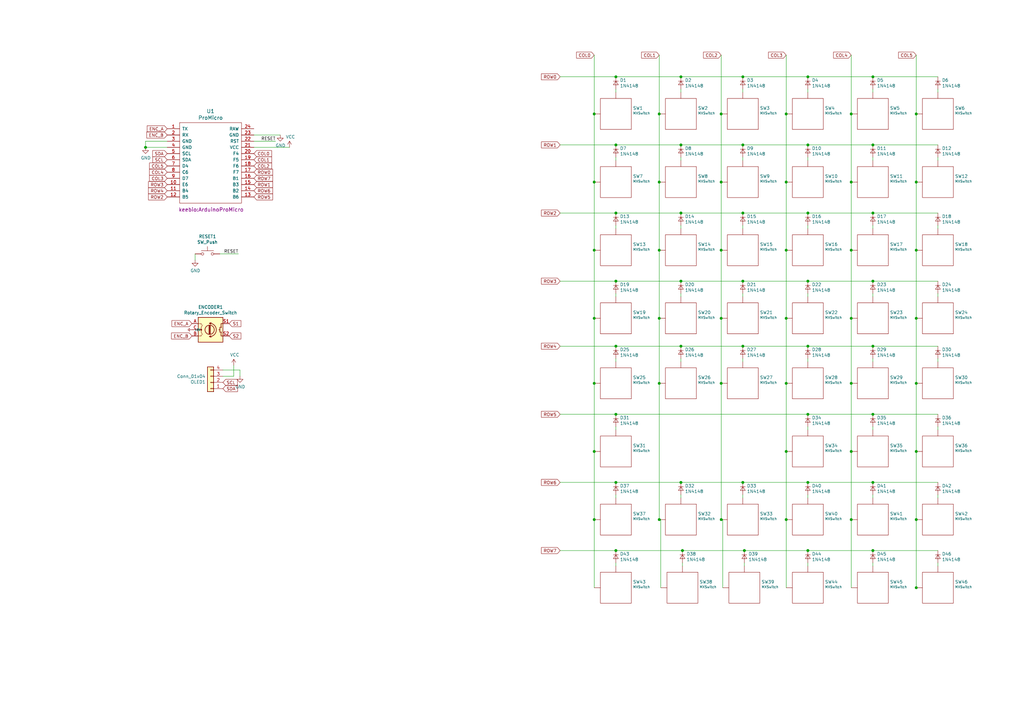
<source format=kicad_sch>
(kicad_sch (version 20210126) (generator eeschema)
  (paper "A3")
  (lib_symbols
    (symbol "Connector_Generic:Conn_01x04" (pin_names (offset 1.016) hide)
      (property "Reference" "J" (at 0 5.08 0))
      (property "Value" "Conn_01x04" (at 0 -7.62 0))
      (symbol "Conn_01x04_1_1"
        (rectangle (start -1.27 -4.953) (end 0 -5.207) (stroke (width 0.1524)))
        (rectangle (start -1.27 -2.413) (end 0 -2.667) (stroke (width 0.1524)))
        (rectangle (start -1.27 2.667) (end 0 2.413) (stroke (width 0.1524)))
        (rectangle (start -1.27 3.81) (end 1.27 -6.35) (stroke (width 0.254)) (fill (type background)))
        (rectangle (start -1.27 0.127) (end 0 -0.127) (stroke (width 0.1524)))
        (pin passive line (at -5.08 2.54 0) (length 3.81) (name "Pin_1") (number "1"))
        (pin passive line (at -5.08 0 0) (length 3.81) (name "Pin_2") (number "2"))
        (pin passive line (at -5.08 -2.54 0) (length 3.81) (name "Pin_3") (number "3"))
        (pin passive line (at -5.08 -5.08 0) (length 3.81) (name "Pin_4") (number "4"))
      )
    )
    (symbol "Device:D_Small" (pin_numbers hide) (pin_names (offset 0.254) hide)
      (property "Reference" "D" (at -1.27 2.032 0))
      (property "Value" "D_Small" (at -3.81 -2.032 0))
      (symbol "D_Small_0_1"
        (polyline (pts (xy -0.762 -1.016) (xy -0.762 1.016)))
        (polyline (pts (xy -0.762 0) (xy 0.762 0)))
        (polyline (pts (xy 0.762 -1.016) (xy -0.762 0) (xy 0.762 1.016) (xy 0.762 -1.016)))
      )
      (symbol "D_Small_1_1"
        (pin passive line (at -2.54 0 0) (length 1.778) (name "K") (number "1"))
        (pin passive line (at 2.54 0 180) (length 1.778) (name "A") (number "2"))
      )
    )
    (symbol "Device:Rotary_Encoder_Switch" (pin_names (offset 0.254) hide)
      (property "Reference" "SW" (at 0 6.604 0))
      (property "Value" "Rotary_Encoder_Switch" (at 0 -6.604 0))
      (symbol "Rotary_Encoder_Switch_0_1"
        (arc (start -0.381 -2.794) (end -0.381 2.667) (radius (at -0.381 -0.0508) (length 2.7432) (angles -89.9 89.9)) (stroke (width 0.254)))
        (circle (center -3.81 0) (radius 0.254) (fill (type outline)))
        (circle (center -0.381 0) (radius 1.905) (stroke (width 0.254)))
        (circle (center 4.318 -1.016) (radius 0.127) (stroke (width 0.254)))
        (circle (center 4.318 1.016) (radius 0.127) (stroke (width 0.254)))
        (rectangle (start -5.08 5.08) (end 5.08 -5.08) (stroke (width 0.254)) (fill (type background)))
        (polyline (pts (xy -0.635 -1.778) (xy -0.635 1.778)) (stroke (width 0.254)))
        (polyline (pts (xy -0.381 -1.778) (xy -0.381 1.778)) (stroke (width 0.254)))
        (polyline (pts (xy -0.127 1.778) (xy -0.127 -1.778)) (stroke (width 0.254)))
        (polyline (pts (xy 3.81 0) (xy 3.429 0)) (stroke (width 0.254)))
        (polyline (pts (xy 3.81 1.016) (xy 3.81 -1.016)) (stroke (width 0.254)))
        (polyline (pts (xy -5.08 -2.54) (xy -3.81 -2.54) (xy -3.81 -2.032)))
        (polyline (pts (xy -5.08 2.54) (xy -3.81 2.54) (xy -3.81 2.032)))
        (polyline (pts (xy 0.254 -3.048) (xy -0.508 -2.794) (xy 0.127 -2.413)) (stroke (width 0.254)))
        (polyline (pts (xy 0.254 2.921) (xy -0.508 2.667) (xy 0.127 2.286)) (stroke (width 0.254)))
        (polyline (pts (xy 5.08 -2.54) (xy 4.318 -2.54) (xy 4.318 -1.016)) (stroke (width 0.254)))
        (polyline (pts (xy 5.08 2.54) (xy 4.318 2.54) (xy 4.318 1.016)) (stroke (width 0.254)))
        (polyline (pts (xy -5.08 0) (xy -3.81 0) (xy -3.81 -1.016) (xy -3.302 -2.032)))
        (polyline (pts (xy -4.318 0) (xy -3.81 0) (xy -3.81 1.016) (xy -3.302 2.032)))
      )
      (symbol "Rotary_Encoder_Switch_1_1"
        (pin passive line (at -7.62 2.54 0) (length 2.54) (name "A") (number "A"))
        (pin passive line (at -7.62 -2.54 0) (length 2.54) (name "B") (number "B"))
        (pin passive line (at -7.62 0 0) (length 2.54) (name "C") (number "C"))
        (pin passive line (at 7.62 2.54 180) (length 2.54) (name "S1") (number "S1"))
        (pin passive line (at 7.62 -2.54 180) (length 2.54) (name "S2") (number "S2"))
      )
    )
    (symbol "Switch:SW_Push" (pin_numbers hide) (pin_names (offset 1.016) hide)
      (property "Reference" "SW" (at 1.27 2.54 0))
      (property "Value" "SW_Push" (at 0 -1.524 0))
      (symbol "SW_Push_0_1"
        (circle (center -2.032 0) (radius 0.508))
        (circle (center 2.032 0) (radius 0.508))
        (polyline (pts (xy 0 1.27) (xy 0 3.048)))
        (polyline (pts (xy 2.54 1.27) (xy -2.54 1.27)))
        (pin passive line (at -5.08 0 0) (length 2.54) (name "1") (number "1"))
        (pin passive line (at 5.08 0 180) (length 2.54) (name "2") (number "2"))
      )
    )
    (symbol "acheronSymbols:MXSwitch" (pin_names (offset 1.016))
      (property "Reference" "SW" (at 0 0 0))
      (property "Value" "MXSwitch" (at 0 -3.81 0))
      (symbol "MXSwitch_0_1"
        (rectangle (start -6.35 6.35) (end 6.35 -6.35))
        (polyline (pts (xy -6.35 0) (xy -8.89 0)))
        (polyline (pts (xy 0 6.35) (xy 0 8.89)))
      )
      (symbol "MXSwitch_1_1"
        (pin output line (at -8.89 0 0) (length 2.54) hide (name "Col") (number "1"))
        (pin input line (at 0 8.89 270) (length 2.54) hide (name "Row") (number "2"))
      )
    )
    (symbol "keyboard_parts:GND" (power) (pin_names (offset 0))
      (property "Value" "GND" (at 0 -2.54 0))
      (symbol "GND_0_0"
        (pin power_in line (at 0 0 90) (length 0) hide (name "+5V") (number "1"))
      )
      (symbol "GND_0_1"
        (polyline (pts (xy 0 -1.651) (xy 0.635 -1.016) (xy -0.635 -1.016) (xy 0 -1.651)))
      )
      (symbol "GND_1_1"
        (polyline (pts (xy 0 0) (xy 0 -1.016) (xy 0 -1.016)))
      )
    )
    (symbol "power:GND" (power) (pin_names (offset 0))
      (property "Value" "GND" (at 0 -3.81 0))
      (symbol "GND_0_1"
        (polyline (pts (xy 0 0) (xy 0 -1.27) (xy 1.27 -1.27) (xy 0 -2.54) (xy -1.27 -1.27) (xy 0 -1.27)))
      )
      (symbol "GND_1_1"
        (pin power_in line (at 0 0 270) (length 0) hide (name "GND") (number "1"))
      )
    )
    (symbol "power:VCC" (power) (pin_names (offset 0))
      (property "Value" "VCC" (at 0 3.81 0))
      (symbol "VCC_0_1"
        (polyline (pts (xy -0.762 1.27) (xy 0 2.54)))
        (polyline (pts (xy 0 0) (xy 0 2.54)))
        (polyline (pts (xy 0 2.54) (xy 0.762 1.27)))
      )
      (symbol "VCC_1_1"
        (pin power_in line (at 0 0 90) (length 0) hide (name "VCC") (number "1"))
      )
    )
    (symbol "promicro:ProMicro" (pin_names (offset 1.016))
      (property "Reference" "U" (at 0 24.13 0))
      (property "Value" "ProMicro" (at 0 -13.97 0))
      (symbol "ProMicro_0_1"
        (rectangle (start -12.7 21.59) (end 12.7 -11.43))
      )
      (symbol "ProMicro_1_1"
        (pin bidirectional line (at -17.78 19.05 0) (length 5.08) (name "TX") (number "1"))
        (pin bidirectional line (at -17.78 16.51 0) (length 5.08) (name "RX") (number "2"))
        (pin power_in line (at -17.78 13.97 0) (length 5.08) (name "GND") (number "3"))
        (pin power_in line (at -17.78 11.43 0) (length 5.08) (name "GND") (number "4"))
        (pin bidirectional line (at -17.78 8.89 0) (length 5.08) (name "SCL") (number "5"))
        (pin bidirectional line (at -17.78 6.35 0) (length 5.08) (name "SDA") (number "6"))
        (pin bidirectional line (at -17.78 3.81 0) (length 5.08) (name "D4") (number "7"))
        (pin bidirectional line (at -17.78 1.27 0) (length 5.08) (name "C6") (number "8"))
        (pin bidirectional line (at -17.78 -1.27 0) (length 5.08) (name "D7") (number "9"))
        (pin bidirectional line (at -17.78 -3.81 0) (length 5.08) (name "E6") (number "10"))
        (pin bidirectional line (at 17.78 8.89 180) (length 5.08) (name "F4") (number "20"))
        (pin bidirectional line (at -17.78 -6.35 0) (length 5.08) (name "B4") (number "11"))
        (pin power_in line (at 17.78 11.43 180) (length 5.08) (name "VCC") (number "21"))
        (pin bidirectional line (at -17.78 -8.89 0) (length 5.08) (name "B5") (number "12"))
        (pin input line (at 17.78 13.97 180) (length 5.08) (name "RST") (number "22"))
        (pin bidirectional line (at 17.78 -8.89 180) (length 5.08) (name "B6") (number "13"))
        (pin power_in line (at 17.78 16.51 180) (length 5.08) (name "GND") (number "23"))
        (pin bidirectional line (at 17.78 -6.35 180) (length 5.08) (name "B2") (number "14"))
        (pin power_out line (at 17.78 19.05 180) (length 5.08) (name "RAW") (number "24"))
        (pin bidirectional line (at 17.78 -3.81 180) (length 5.08) (name "B3") (number "15"))
        (pin bidirectional line (at 17.78 -1.27 180) (length 5.08) (name "B1") (number "16"))
        (pin bidirectional line (at 17.78 1.27 180) (length 5.08) (name "F7") (number "17"))
        (pin bidirectional line (at 17.78 3.81 180) (length 5.08) (name "F6") (number "18"))
        (pin bidirectional line (at 17.78 6.35 180) (length 5.08) (name "F5") (number "19"))
      )
    )
  )
  (junction (at 59.69 60.452) (diameter 1.016))
  (junction (at 243.713 46.736) (diameter 1.016))
  (junction (at 243.713 74.676) (diameter 1.016))
  (junction (at 243.713 102.616) (diameter 1.016))
  (junction (at 243.713 130.556) (diameter 1.016))
  (junction (at 243.713 157.226) (diameter 1.016))
  (junction (at 243.713 185.166) (diameter 1.016))
  (junction (at 243.713 213.106) (diameter 1.016))
  (junction (at 252.603 31.496) (diameter 1.016))
  (junction (at 252.603 59.436) (diameter 1.016))
  (junction (at 252.603 87.376) (diameter 1.016))
  (junction (at 252.603 115.316) (diameter 1.016))
  (junction (at 252.603 141.986) (diameter 1.016))
  (junction (at 252.603 169.926) (diameter 1.016))
  (junction (at 252.603 197.866) (diameter 1.016))
  (junction (at 252.603 225.806) (diameter 1.016))
  (junction (at 270.383 46.736) (diameter 1.016))
  (junction (at 270.383 74.676) (diameter 1.016))
  (junction (at 270.383 102.616) (diameter 1.016))
  (junction (at 270.383 130.556) (diameter 1.016))
  (junction (at 270.383 157.226) (diameter 1.016))
  (junction (at 270.383 213.106) (diameter 1.016))
  (junction (at 279.273 31.496) (diameter 1.016))
  (junction (at 279.273 59.436) (diameter 1.016))
  (junction (at 279.273 87.376) (diameter 1.016))
  (junction (at 279.273 115.316) (diameter 1.016))
  (junction (at 279.273 141.986) (diameter 1.016))
  (junction (at 279.273 197.866) (diameter 1.016))
  (junction (at 279.908 225.806) (diameter 1.016))
  (junction (at 295.783 46.736) (diameter 1.016))
  (junction (at 295.783 74.676) (diameter 1.016))
  (junction (at 295.783 102.616) (diameter 1.016))
  (junction (at 295.783 130.556) (diameter 1.016))
  (junction (at 295.783 157.226) (diameter 1.016))
  (junction (at 295.8084 213.106) (diameter 1.016))
  (junction (at 304.673 31.496) (diameter 1.016))
  (junction (at 304.673 59.436) (diameter 1.016))
  (junction (at 304.673 87.376) (diameter 1.016))
  (junction (at 304.673 115.316) (diameter 1.016))
  (junction (at 304.673 141.986) (diameter 1.016))
  (junction (at 304.673 197.866) (diameter 1.016))
  (junction (at 305.308 225.806) (diameter 1.016))
  (junction (at 322.453 46.736) (diameter 1.016))
  (junction (at 322.453 74.676) (diameter 1.016))
  (junction (at 322.453 102.616) (diameter 1.016))
  (junction (at 322.453 130.556) (diameter 1.016))
  (junction (at 322.453 157.226) (diameter 1.016))
  (junction (at 322.453 185.166) (diameter 1.016))
  (junction (at 322.453 213.106) (diameter 1.016))
  (junction (at 331.343 31.496) (diameter 1.016))
  (junction (at 331.343 59.436) (diameter 1.016))
  (junction (at 331.343 87.376) (diameter 1.016))
  (junction (at 331.343 115.316) (diameter 1.016))
  (junction (at 331.343 141.986) (diameter 1.016))
  (junction (at 331.343 169.926) (diameter 1.016))
  (junction (at 331.343 197.866) (diameter 1.016))
  (junction (at 331.343 225.806) (diameter 1.016))
  (junction (at 349.123 46.736) (diameter 1.016))
  (junction (at 349.123 74.676) (diameter 1.016))
  (junction (at 349.123 102.616) (diameter 1.016))
  (junction (at 349.123 130.556) (diameter 1.016))
  (junction (at 349.123 157.226) (diameter 1.016))
  (junction (at 349.123 185.166) (diameter 1.016))
  (junction (at 349.123 213.106) (diameter 1.016))
  (junction (at 358.013 31.496) (diameter 1.016))
  (junction (at 358.013 59.436) (diameter 1.016))
  (junction (at 358.013 87.376) (diameter 1.016))
  (junction (at 358.013 115.316) (diameter 1.016))
  (junction (at 358.013 141.986) (diameter 1.016))
  (junction (at 358.013 169.926) (diameter 1.016))
  (junction (at 358.013 197.866) (diameter 1.016))
  (junction (at 358.013 225.806) (diameter 1.016))
  (junction (at 375.793 46.736) (diameter 1.016))
  (junction (at 375.793 74.676) (diameter 1.016))
  (junction (at 375.793 102.616) (diameter 1.016))
  (junction (at 375.793 130.556) (diameter 1.016))
  (junction (at 375.793 157.226) (diameter 1.016))
  (junction (at 375.793 185.166) (diameter 1.016))
  (junction (at 375.793 213.106) (diameter 1.016))
  (junction (at 375.793 241.046) (diameter 1.016))
  (wire (pts (xy 59.69 57.912) (xy 59.69 60.452)))
  (wire (pts (xy 59.69 60.452) (xy 68.58 60.452)))
  (wire (pts (xy 68.58 57.912) (xy 59.69 57.912)))
  (wire (pts (xy 80.01 104.14) (xy 80.01 106.68)))
  (wire (pts (xy 90.17 104.14) (xy 97.79 104.14)))
  (wire (pts (xy 91.44 151.765) (xy 98.425 151.765)))
  (wire (pts (xy 91.44 154.305) (xy 95.885 154.305)))
  (wire (pts (xy 95.885 149.86) (xy 95.885 154.305)))
  (wire (pts (xy 98.425 151.765) (xy 98.425 154.305)))
  (wire (pts (xy 104.14 55.372) (xy 114.935 55.372)))
  (wire (pts (xy 104.14 57.912) (xy 113.03 57.912)))
  (wire (pts (xy 104.14 60.452) (xy 118.745 60.452)))
  (wire (pts (xy 229.743 31.496) (xy 252.603 31.496)))
  (wire (pts (xy 229.743 59.436) (xy 252.603 59.436)))
  (wire (pts (xy 229.743 87.376) (xy 252.603 87.376)))
  (wire (pts (xy 229.743 115.316) (xy 252.603 115.316)))
  (wire (pts (xy 229.743 141.986) (xy 252.603 141.986)))
  (wire (pts (xy 229.743 169.926) (xy 252.603 169.926)))
  (wire (pts (xy 229.743 197.866) (xy 252.603 197.866)))
  (wire (pts (xy 229.743 225.806) (xy 252.603 225.806)))
  (wire (pts (xy 243.713 22.606) (xy 243.713 46.736)))
  (wire (pts (xy 243.713 46.736) (xy 243.713 74.676)))
  (wire (pts (xy 243.713 74.676) (xy 243.713 102.616)))
  (wire (pts (xy 243.713 102.616) (xy 243.713 130.556)))
  (wire (pts (xy 243.713 130.556) (xy 243.713 157.226)))
  (wire (pts (xy 243.713 157.226) (xy 243.713 185.166)))
  (wire (pts (xy 243.713 185.166) (xy 243.713 213.106)))
  (wire (pts (xy 243.713 213.106) (xy 243.713 241.046)))
  (wire (pts (xy 252.603 31.496) (xy 279.273 31.496)))
  (wire (pts (xy 252.603 36.576) (xy 252.603 37.846)))
  (wire (pts (xy 252.603 59.436) (xy 279.273 59.436)))
  (wire (pts (xy 252.603 64.516) (xy 252.603 65.786)))
  (wire (pts (xy 252.603 87.376) (xy 279.273 87.376)))
  (wire (pts (xy 252.603 92.456) (xy 252.603 93.726)))
  (wire (pts (xy 252.603 115.316) (xy 279.273 115.316)))
  (wire (pts (xy 252.603 120.396) (xy 252.603 121.666)))
  (wire (pts (xy 252.603 141.986) (xy 279.273 141.986)))
  (wire (pts (xy 252.603 147.066) (xy 252.603 148.336)))
  (wire (pts (xy 252.603 169.926) (xy 331.343 169.926)))
  (wire (pts (xy 252.603 175.006) (xy 252.603 176.276)))
  (wire (pts (xy 252.603 197.866) (xy 279.273 197.866)))
  (wire (pts (xy 252.603 202.946) (xy 252.603 204.216)))
  (wire (pts (xy 252.603 225.806) (xy 279.908 225.806)))
  (wire (pts (xy 252.603 230.886) (xy 252.603 232.156)))
  (wire (pts (xy 270.383 22.606) (xy 270.383 46.736)))
  (wire (pts (xy 270.383 46.736) (xy 270.383 74.676)))
  (wire (pts (xy 270.383 74.676) (xy 270.383 102.616)))
  (wire (pts (xy 270.383 102.616) (xy 270.383 130.556)))
  (wire (pts (xy 270.383 130.556) (xy 270.383 157.226)))
  (wire (pts (xy 270.383 157.226) (xy 270.383 213.106)))
  (wire (pts (xy 271.018 213.106) (xy 270.383 213.106)))
  (wire (pts (xy 271.018 241.046) (xy 271.018 213.106)))
  (wire (pts (xy 279.273 31.496) (xy 304.673 31.496)))
  (wire (pts (xy 279.273 36.576) (xy 279.273 37.846)))
  (wire (pts (xy 279.273 59.436) (xy 304.673 59.436)))
  (wire (pts (xy 279.273 64.516) (xy 279.273 65.786)))
  (wire (pts (xy 279.273 87.376) (xy 304.673 87.376)))
  (wire (pts (xy 279.273 92.456) (xy 279.273 93.726)))
  (wire (pts (xy 279.273 115.316) (xy 304.673 115.316)))
  (wire (pts (xy 279.273 120.396) (xy 279.273 121.666)))
  (wire (pts (xy 279.273 141.986) (xy 304.673 141.986)))
  (wire (pts (xy 279.273 147.066) (xy 279.273 148.336)))
  (wire (pts (xy 279.273 197.866) (xy 304.673 197.866)))
  (wire (pts (xy 279.273 202.946) (xy 279.273 204.216)))
  (wire (pts (xy 279.908 225.806) (xy 305.308 225.806)))
  (wire (pts (xy 279.908 230.886) (xy 279.908 232.156)))
  (wire (pts (xy 295.783 22.606) (xy 295.783 46.736)))
  (wire (pts (xy 295.783 46.736) (xy 295.783 74.676)))
  (wire (pts (xy 295.783 74.676) (xy 295.783 102.616)))
  (wire (pts (xy 295.783 102.616) (xy 295.783 130.556)))
  (wire (pts (xy 295.783 130.556) (xy 295.783 157.226)))
  (wire (pts (xy 295.783 213.106) (xy 295.8084 213.106)))
  (wire (pts (xy 295.8084 157.226) (xy 295.783 157.226)))
  (wire (pts (xy 295.8084 157.226) (xy 295.8084 213.106)))
  (wire (pts (xy 295.8084 213.106) (xy 296.418 213.106)))
  (wire (pts (xy 296.418 241.046) (xy 296.418 213.106)))
  (wire (pts (xy 304.673 31.496) (xy 331.343 31.496)))
  (wire (pts (xy 304.673 36.576) (xy 304.673 37.846)))
  (wire (pts (xy 304.673 59.436) (xy 331.343 59.436)))
  (wire (pts (xy 304.673 64.516) (xy 304.673 65.786)))
  (wire (pts (xy 304.673 87.376) (xy 331.343 87.376)))
  (wire (pts (xy 304.673 92.456) (xy 304.673 93.726)))
  (wire (pts (xy 304.673 115.316) (xy 331.343 115.316)))
  (wire (pts (xy 304.673 120.396) (xy 304.673 121.666)))
  (wire (pts (xy 304.673 141.986) (xy 331.343 141.986)))
  (wire (pts (xy 304.673 147.066) (xy 304.673 148.336)))
  (wire (pts (xy 304.673 197.866) (xy 331.343 197.866)))
  (wire (pts (xy 304.673 202.946) (xy 304.673 204.216)))
  (wire (pts (xy 305.308 225.806) (xy 331.343 225.806)))
  (wire (pts (xy 305.308 230.886) (xy 305.308 232.156)))
  (wire (pts (xy 322.453 22.606) (xy 322.453 46.736)))
  (wire (pts (xy 322.453 46.736) (xy 322.453 74.676)))
  (wire (pts (xy 322.453 74.676) (xy 322.453 102.616)))
  (wire (pts (xy 322.453 102.616) (xy 322.453 130.556)))
  (wire (pts (xy 322.453 130.556) (xy 322.453 157.226)))
  (wire (pts (xy 322.453 157.226) (xy 322.453 185.166)))
  (wire (pts (xy 322.453 185.166) (xy 322.453 213.106)))
  (wire (pts (xy 322.453 241.046) (xy 322.453 213.106)))
  (wire (pts (xy 331.343 31.496) (xy 358.013 31.496)))
  (wire (pts (xy 331.343 36.576) (xy 331.343 37.846)))
  (wire (pts (xy 331.343 59.436) (xy 358.013 59.436)))
  (wire (pts (xy 331.343 64.516) (xy 331.343 65.786)))
  (wire (pts (xy 331.343 87.376) (xy 358.013 87.376)))
  (wire (pts (xy 331.343 92.456) (xy 331.343 93.726)))
  (wire (pts (xy 331.343 115.316) (xy 358.013 115.316)))
  (wire (pts (xy 331.343 120.396) (xy 331.343 121.666)))
  (wire (pts (xy 331.343 141.986) (xy 358.013 141.986)))
  (wire (pts (xy 331.343 147.066) (xy 331.343 148.336)))
  (wire (pts (xy 331.343 169.926) (xy 358.013 169.926)))
  (wire (pts (xy 331.343 175.006) (xy 331.343 176.276)))
  (wire (pts (xy 331.343 197.866) (xy 358.013 197.866)))
  (wire (pts (xy 331.343 202.946) (xy 331.343 204.216)))
  (wire (pts (xy 331.343 225.806) (xy 358.013 225.806)))
  (wire (pts (xy 331.343 230.886) (xy 331.343 232.156)))
  (wire (pts (xy 349.123 22.606) (xy 349.123 46.736)))
  (wire (pts (xy 349.123 46.736) (xy 349.123 74.676)))
  (wire (pts (xy 349.123 74.676) (xy 349.123 102.616)))
  (wire (pts (xy 349.123 102.616) (xy 349.123 130.556)))
  (wire (pts (xy 349.123 130.556) (xy 349.123 157.226)))
  (wire (pts (xy 349.123 157.226) (xy 349.123 185.166)))
  (wire (pts (xy 349.123 185.166) (xy 349.123 213.106)))
  (wire (pts (xy 349.123 213.106) (xy 349.123 241.046)))
  (wire (pts (xy 358.013 31.496) (xy 384.683 31.496)))
  (wire (pts (xy 358.013 36.576) (xy 358.013 37.846)))
  (wire (pts (xy 358.013 59.436) (xy 384.683 59.436)))
  (wire (pts (xy 358.013 64.516) (xy 358.013 65.786)))
  (wire (pts (xy 358.013 87.376) (xy 384.683 87.376)))
  (wire (pts (xy 358.013 92.456) (xy 358.013 93.726)))
  (wire (pts (xy 358.013 115.316) (xy 384.683 115.316)))
  (wire (pts (xy 358.013 120.396) (xy 358.013 121.666)))
  (wire (pts (xy 358.013 141.986) (xy 384.683 141.986)))
  (wire (pts (xy 358.013 147.066) (xy 358.013 148.336)))
  (wire (pts (xy 358.013 169.926) (xy 384.683 169.926)))
  (wire (pts (xy 358.013 175.006) (xy 358.013 176.276)))
  (wire (pts (xy 358.013 197.866) (xy 384.683 197.866)))
  (wire (pts (xy 358.013 202.946) (xy 358.013 204.216)))
  (wire (pts (xy 358.013 225.806) (xy 384.683 225.806)))
  (wire (pts (xy 358.013 230.886) (xy 358.013 232.156)))
  (wire (pts (xy 375.793 22.606) (xy 375.793 46.736)))
  (wire (pts (xy 375.793 46.736) (xy 375.793 74.676)))
  (wire (pts (xy 375.793 74.676) (xy 375.793 102.616)))
  (wire (pts (xy 375.793 102.616) (xy 375.793 130.556)))
  (wire (pts (xy 375.793 130.556) (xy 375.793 157.226)))
  (wire (pts (xy 375.793 157.226) (xy 375.793 185.166)))
  (wire (pts (xy 375.793 185.166) (xy 375.793 213.106)))
  (wire (pts (xy 375.793 213.106) (xy 375.793 241.046)))
  (wire (pts (xy 375.793 241.046) (xy 375.793 241.3)))
  (wire (pts (xy 384.683 36.576) (xy 384.683 37.846)))
  (wire (pts (xy 384.683 64.516) (xy 384.683 65.786)))
  (wire (pts (xy 384.683 92.456) (xy 384.683 93.726)))
  (wire (pts (xy 384.683 120.396) (xy 384.683 121.666)))
  (wire (pts (xy 384.683 147.066) (xy 384.683 148.336)))
  (wire (pts (xy 384.683 175.006) (xy 384.683 176.276)))
  (wire (pts (xy 384.683 202.946) (xy 384.683 204.216)))
  (wire (pts (xy 384.683 230.886) (xy 384.683 232.156)))
  (label "RESET" (at 97.79 104.14 180))
  (label "RESET" (at 113.03 57.912 180))
  (global_label "ENC_A" (shape input) (at 68.58 52.832 180) (property "Intersheet References" "${INTERSHEET_REFS}" (effects hide)))
  (global_label "ENC_B" (shape input) (at 68.58 55.372 180) (property "Intersheet References" "${INTERSHEET_REFS}" (effects hide)))
  (global_label "SDA" (shape input) (at 68.58 62.992 180) (property "Intersheet References" "${INTERSHEET_REFS}" (effects hide)))
  (global_label "SCL" (shape input) (at 68.58 65.532 180) (property "Intersheet References" "${INTERSHEET_REFS}" (effects hide)))
  (global_label "COL5" (shape input) (at 68.58 68.072 180) (property "Intersheet References" "${INTERSHEET_REFS}" (effects hide)))
  (global_label "COL4" (shape input) (at 68.58 70.612 180) (property "Intersheet References" "${INTERSHEET_REFS}" (effects hide)))
  (global_label "COL3" (shape input) (at 68.58 73.152 180) (property "Intersheet References" "${INTERSHEET_REFS}" (effects hide)))
  (global_label "ROW3" (shape input) (at 68.58 75.692 180) (property "Intersheet References" "${INTERSHEET_REFS}" (effects hide)))
  (global_label "ROW4" (shape input) (at 68.58 78.232 180) (property "Intersheet References" "${INTERSHEET_REFS}" (effects hide)))
  (global_label "ROW2" (shape input) (at 68.58 80.772 180) (property "Intersheet References" "${INTERSHEET_REFS}" (effects hide)))
  (global_label "ENC_A" (shape input) (at 78.74 132.715 180) (property "Intersheet References" "${INTERSHEET_REFS}" (effects hide)))
  (global_label "ENC_B" (shape input) (at 78.74 137.795 180) (property "Intersheet References" "${INTERSHEET_REFS}" (effects hide)))
  (global_label "SCL" (shape input) (at 91.44 156.845 0) (property "Intersheet References" "${INTERSHEET_REFS}" (effects hide)))
  (global_label "SDA" (shape input) (at 91.44 159.385 0) (property "Intersheet References" "${INTERSHEET_REFS}" (effects hide)))
  (global_label "S1" (shape input) (at 93.98 132.715 0) (property "Intersheet References" "${INTERSHEET_REFS}" (effects hide)))
  (global_label "S2" (shape input) (at 93.98 137.795 0) (property "Intersheet References" "${INTERSHEET_REFS}" (effects hide)))
  (global_label "COL0" (shape input) (at 104.14 62.992 0) (property "Intersheet References" "${INTERSHEET_REFS}" (effects hide)))
  (global_label "COL1" (shape input) (at 104.14 65.532 0) (property "Intersheet References" "${INTERSHEET_REFS}" (effects hide)))
  (global_label "COL2" (shape input) (at 104.14 68.072 0) (property "Intersheet References" "${INTERSHEET_REFS}" (effects hide)))
  (global_label "ROW0" (shape input) (at 104.14 70.612 0) (property "Intersheet References" "${INTERSHEET_REFS}" (effects hide)))
  (global_label "ROW7" (shape input) (at 104.14 73.152 0) (property "Intersheet References" "${INTERSHEET_REFS}" (effects hide)))
  (global_label "ROW1" (shape input) (at 104.14 75.692 0) (property "Intersheet References" "${INTERSHEET_REFS}" (effects hide)))
  (global_label "ROW6" (shape input) (at 104.14 78.232 0) (property "Intersheet References" "${INTERSHEET_REFS}" (effects hide)))
  (global_label "ROW5" (shape input) (at 104.14 80.772 0) (property "Intersheet References" "${INTERSHEET_REFS}" (effects hide)))
  (global_label "ROW0" (shape input) (at 229.743 31.496 180) (property "Intersheet References" "${INTERSHEET_REFS}" (effects hide)))
  (global_label "ROW1" (shape input) (at 229.743 59.436 180) (property "Intersheet References" "${INTERSHEET_REFS}" (effects hide)))
  (global_label "ROW2" (shape input) (at 229.743 87.376 180) (property "Intersheet References" "${INTERSHEET_REFS}" (effects hide)))
  (global_label "ROW3" (shape input) (at 229.743 115.316 180) (property "Intersheet References" "${INTERSHEET_REFS}" (effects hide)))
  (global_label "ROW4" (shape input) (at 229.743 141.986 180) (property "Intersheet References" "${INTERSHEET_REFS}" (effects hide)))
  (global_label "ROW5" (shape input) (at 229.743 169.926 180) (property "Intersheet References" "${INTERSHEET_REFS}" (effects hide)))
  (global_label "ROW6" (shape input) (at 229.743 197.866 180) (property "Intersheet References" "${INTERSHEET_REFS}" (effects hide)))
  (global_label "ROW7" (shape input) (at 229.743 225.806 180) (property "Intersheet References" "${INTERSHEET_REFS}" (effects hide)))
  (global_label "COL0" (shape input) (at 243.713 22.606 180) (property "Intersheet References" "${INTERSHEET_REFS}" (effects hide)))
  (global_label "COL1" (shape input) (at 270.383 22.606 180) (property "Intersheet References" "${INTERSHEET_REFS}" (effects hide)))
  (global_label "COL2" (shape input) (at 295.783 22.606 180) (property "Intersheet References" "${INTERSHEET_REFS}" (effects hide)))
  (global_label "COL3" (shape input) (at 322.453 22.606 180) (property "Intersheet References" "${INTERSHEET_REFS}" (effects hide)))
  (global_label "COL4" (shape input) (at 349.123 22.606 180) (property "Intersheet References" "${INTERSHEET_REFS}" (effects hide)))
  (global_label "COL5" (shape input) (at 375.793 22.606 180) (property "Intersheet References" "${INTERSHEET_REFS}" (effects hide)))
  (symbol (lib_id "keyboard_parts:GND") (at 78.74 135.255 270) (unit 1)
    (property "Reference" "#PWR0101" (effects hide))
    (property "Value" "GND" (at 79.7561 135.255 90) (effects (font (size 0.762 0.762)) (justify left)))
  )
  (symbol (lib_id "power:VCC") (at 95.885 149.86 0) (unit 1)
    (property "Reference" "#PWR0102" (effects hide))
    (property "Value" "VCC" (at 96.2533 145.5356 0))
  )
  (symbol (lib_id "power:VCC") (at 118.745 60.452 0) (unit 1)
    (property "Reference" "#PWR03" (effects hide))
    (property "Value" "VCC" (at 119.1133 56.1276 0))
  )
  (symbol (lib_id "power:GND") (at 59.69 60.452 0) (unit 1)
    (property "Reference" "#PWR02" (effects hide))
    (property "Value" "GND" (at 59.8043 64.7764 0))
  )
  (symbol (lib_id "power:GND") (at 80.01 106.68 0) (unit 1)
    (property "Reference" "#PWR06" (effects hide))
    (property "Value" "GND" (at 80.1243 111.0044 0))
  )
  (symbol (lib_id "power:GND") (at 98.425 154.305 0) (unit 1)
    (property "Reference" "#PWR0103" (effects hide))
    (property "Value" "GND" (at 98.5393 158.6294 0))
  )
  (symbol (lib_id "power:GND") (at 114.935 55.372 0) (unit 1)
    (property "Reference" "#PWR01" (effects hide))
    (property "Value" "GND" (at 115.0493 59.6964 0))
  )
  (symbol (lib_id "Device:D_Small") (at 252.603 34.036 270) (unit 1)
    (property "Reference" "D1" (at 254.2541 32.8866 90) (effects (justify left)))
    (property "Value" "1N4148" (at 254.2541 35.1853 90) (effects (justify left)))
    (property "Footprint" "Diode_SMD:D_SOD-123" (effects hide))
  )
  (symbol (lib_id "Device:D_Small") (at 252.603 61.976 270) (unit 1)
    (property "Reference" "D7" (at 254.2541 60.8266 90) (effects (justify left)))
    (property "Value" "1N4148" (at 254.2541 63.1253 90) (effects (justify left)))
    (property "Footprint" "Diode_SMD:D_SOD-123" (effects hide))
  )
  (symbol (lib_id "Device:D_Small") (at 252.603 89.916 270) (unit 1)
    (property "Reference" "D13" (at 254.2541 88.7666 90) (effects (justify left)))
    (property "Value" "1N4148" (at 254.2541 91.0653 90) (effects (justify left)))
    (property "Footprint" "Diode_SMD:D_SOD-123" (effects hide))
  )
  (symbol (lib_id "Device:D_Small") (at 252.603 117.856 270) (unit 1)
    (property "Reference" "D19" (at 254.2541 116.7066 90) (effects (justify left)))
    (property "Value" "1N4148" (at 254.2541 119.0053 90) (effects (justify left)))
    (property "Footprint" "Diode_SMD:D_SOD-123" (effects hide))
  )
  (symbol (lib_id "Device:D_Small") (at 252.603 144.526 270) (unit 1)
    (property "Reference" "D25" (at 254.2541 143.3766 90) (effects (justify left)))
    (property "Value" "1N4148" (at 254.2541 145.6753 90) (effects (justify left)))
    (property "Footprint" "Diode_SMD:D_SOD-123" (effects hide))
  )
  (symbol (lib_id "Device:D_Small") (at 252.603 172.466 270) (unit 1)
    (property "Reference" "D31" (at 254.2541 171.3166 90) (effects (justify left)))
    (property "Value" "1N4148" (at 254.2541 173.6153 90) (effects (justify left)))
    (property "Footprint" "Diode_SMD:D_SOD-123" (effects hide))
  )
  (symbol (lib_id "Device:D_Small") (at 252.603 200.406 270) (unit 1)
    (property "Reference" "D37" (at 254.254 199.257 90) (effects (justify left)))
    (property "Value" "1N4148" (at 254.2541 201.5553 90) (effects (justify left)))
    (property "Footprint" "Diode_SMD:D_SOD-123" (effects hide))
  )
  (symbol (lib_id "Device:D_Small") (at 252.603 228.346 270) (unit 1)
    (property "Reference" "D43" (at 254.254 227.197 90) (effects (justify left)))
    (property "Value" "1N4148" (at 254.2541 229.4953 90) (effects (justify left)))
    (property "Footprint" "Diode_SMD:D_SOD-123" (effects hide))
  )
  (symbol (lib_id "Device:D_Small") (at 279.273 34.036 270) (unit 1)
    (property "Reference" "D2" (at 280.9241 32.8866 90) (effects (justify left)))
    (property "Value" "1N4148" (at 280.9241 35.1853 90) (effects (justify left)))
    (property "Footprint" "Diode_SMD:D_SOD-123" (effects hide))
  )
  (symbol (lib_id "Device:D_Small") (at 279.273 61.976 270) (unit 1)
    (property "Reference" "D8" (at 280.9241 60.8266 90) (effects (justify left)))
    (property "Value" "1N4148" (at 280.9241 63.1253 90) (effects (justify left)))
    (property "Footprint" "Diode_SMD:D_SOD-123" (effects hide))
  )
  (symbol (lib_id "Device:D_Small") (at 279.273 89.916 270) (unit 1)
    (property "Reference" "D14" (at 280.9241 88.7666 90) (effects (justify left)))
    (property "Value" "1N4148" (at 280.9241 91.0653 90) (effects (justify left)))
    (property "Footprint" "Diode_SMD:D_SOD-123" (effects hide))
  )
  (symbol (lib_id "Device:D_Small") (at 279.273 117.856 270) (unit 1)
    (property "Reference" "D20" (at 280.9241 116.7066 90) (effects (justify left)))
    (property "Value" "1N4148" (at 280.9241 119.0053 90) (effects (justify left)))
    (property "Footprint" "Diode_SMD:D_SOD-123" (effects hide))
  )
  (symbol (lib_id "Device:D_Small") (at 279.273 144.526 270) (unit 1)
    (property "Reference" "D26" (at 280.9241 143.3766 90) (effects (justify left)))
    (property "Value" "1N4148" (at 280.9241 145.6753 90) (effects (justify left)))
    (property "Footprint" "Diode_SMD:D_SOD-123" (effects hide))
  )
  (symbol (lib_id "Device:D_Small") (at 279.273 200.406 270) (unit 1)
    (property "Reference" "D32" (at 280.924 199.257 90) (effects (justify left)))
    (property "Value" "1N4148" (at 280.9241 201.5553 90) (effects (justify left)))
    (property "Footprint" "Diode_SMD:D_SOD-123" (effects hide))
  )
  (symbol (lib_id "Device:D_Small") (at 279.908 228.346 270) (unit 1)
    (property "Reference" "D38" (at 281.559 227.197 90) (effects (justify left)))
    (property "Value" "1N4148" (at 281.5591 229.4953 90) (effects (justify left)))
    (property "Footprint" "Diode_SMD:D_SOD-123" (effects hide))
  )
  (symbol (lib_id "Device:D_Small") (at 304.673 34.036 270) (unit 1)
    (property "Reference" "D3" (at 306.3241 32.8866 90) (effects (justify left)))
    (property "Value" "1N4148" (at 306.3241 35.1853 90) (effects (justify left)))
    (property "Footprint" "Diode_SMD:D_SOD-123" (effects hide))
  )
  (symbol (lib_id "Device:D_Small") (at 304.673 61.976 270) (unit 1)
    (property "Reference" "D9" (at 306.3241 60.8266 90) (effects (justify left)))
    (property "Value" "1N4148" (at 306.3241 63.1253 90) (effects (justify left)))
    (property "Footprint" "Diode_SMD:D_SOD-123" (effects hide))
  )
  (symbol (lib_id "Device:D_Small") (at 304.673 89.916 270) (unit 1)
    (property "Reference" "D15" (at 306.3241 88.7666 90) (effects (justify left)))
    (property "Value" "1N4148" (at 306.3241 91.0653 90) (effects (justify left)))
    (property "Footprint" "Diode_SMD:D_SOD-123" (effects hide))
  )
  (symbol (lib_id "Device:D_Small") (at 304.673 117.856 270) (unit 1)
    (property "Reference" "D21" (at 306.3241 116.7066 90) (effects (justify left)))
    (property "Value" "1N4148" (at 306.3241 119.0053 90) (effects (justify left)))
    (property "Footprint" "Diode_SMD:D_SOD-123" (effects hide))
  )
  (symbol (lib_id "Device:D_Small") (at 304.673 144.526 270) (unit 1)
    (property "Reference" "D27" (at 306.3241 143.3766 90) (effects (justify left)))
    (property "Value" "1N4148" (at 306.3241 145.6753 90) (effects (justify left)))
    (property "Footprint" "Diode_SMD:D_SOD-123" (effects hide))
  )
  (symbol (lib_id "Device:D_Small") (at 304.673 200.406 270) (unit 1)
    (property "Reference" "D33" (at 306.324 199.257 90) (effects (justify left)))
    (property "Value" "1N4148" (at 306.3241 201.5553 90) (effects (justify left)))
    (property "Footprint" "Diode_SMD:D_SOD-123" (effects hide))
  )
  (symbol (lib_id "Device:D_Small") (at 305.308 228.346 270) (unit 1)
    (property "Reference" "D39" (at 306.959 227.197 90) (effects (justify left)))
    (property "Value" "1N4148" (at 306.9591 229.4953 90) (effects (justify left)))
    (property "Footprint" "Diode_SMD:D_SOD-123" (effects hide))
  )
  (symbol (lib_id "Device:D_Small") (at 331.343 34.036 270) (unit 1)
    (property "Reference" "D4" (at 332.9941 32.8866 90) (effects (justify left)))
    (property "Value" "1N4148" (at 332.9941 35.1853 90) (effects (justify left)))
    (property "Footprint" "Diode_SMD:D_SOD-123" (effects hide))
  )
  (symbol (lib_id "Device:D_Small") (at 331.343 61.976 270) (unit 1)
    (property "Reference" "D10" (at 332.9941 60.8266 90) (effects (justify left)))
    (property "Value" "1N4148" (at 332.9941 63.1253 90) (effects (justify left)))
    (property "Footprint" "Diode_SMD:D_SOD-123" (effects hide))
  )
  (symbol (lib_id "Device:D_Small") (at 331.343 89.916 270) (unit 1)
    (property "Reference" "D16" (at 332.9941 88.7666 90) (effects (justify left)))
    (property "Value" "1N4148" (at 332.9941 91.0653 90) (effects (justify left)))
    (property "Footprint" "Diode_SMD:D_SOD-123" (effects hide))
  )
  (symbol (lib_id "Device:D_Small") (at 331.343 117.856 270) (unit 1)
    (property "Reference" "D22" (at 332.9941 116.7066 90) (effects (justify left)))
    (property "Value" "1N4148" (at 332.9941 119.0053 90) (effects (justify left)))
    (property "Footprint" "Diode_SMD:D_SOD-123" (effects hide))
  )
  (symbol (lib_id "Device:D_Small") (at 331.343 144.526 270) (unit 1)
    (property "Reference" "D28" (at 332.9941 143.3766 90) (effects (justify left)))
    (property "Value" "1N4148" (at 332.9941 145.6753 90) (effects (justify left)))
    (property "Footprint" "Diode_SMD:D_SOD-123" (effects hide))
  )
  (symbol (lib_id "Device:D_Small") (at 331.343 172.466 270) (unit 1)
    (property "Reference" "D34" (at 332.994 171.317 90) (effects (justify left)))
    (property "Value" "1N4148" (at 332.9941 173.6153 90) (effects (justify left)))
    (property "Footprint" "Diode_SMD:D_SOD-123" (effects hide))
  )
  (symbol (lib_id "Device:D_Small") (at 331.343 200.406 270) (unit 1)
    (property "Reference" "D40" (at 332.994 199.257 90) (effects (justify left)))
    (property "Value" "1N4148" (at 332.9941 201.5553 90) (effects (justify left)))
    (property "Footprint" "Diode_SMD:D_SOD-123" (effects hide))
  )
  (symbol (lib_id "Device:D_Small") (at 331.343 228.346 270) (unit 1)
    (property "Reference" "D44" (at 332.9941 227.1966 90) (effects (justify left)))
    (property "Value" "1N4148" (at 332.9941 229.4953 90) (effects (justify left)))
    (property "Footprint" "Diode_SMD:D_SOD-123" (effects hide))
  )
  (symbol (lib_id "Device:D_Small") (at 358.013 34.036 270) (unit 1)
    (property "Reference" "D5" (at 359.6641 32.8866 90) (effects (justify left)))
    (property "Value" "1N4148" (at 359.6641 35.1853 90) (effects (justify left)))
    (property "Footprint" "Diode_SMD:D_SOD-123" (effects hide))
  )
  (symbol (lib_id "Device:D_Small") (at 358.013 61.976 270) (unit 1)
    (property "Reference" "D11" (at 359.6641 60.8266 90) (effects (justify left)))
    (property "Value" "1N4148" (at 359.6641 63.1253 90) (effects (justify left)))
    (property "Footprint" "Diode_SMD:D_SOD-123" (effects hide))
  )
  (symbol (lib_id "Device:D_Small") (at 358.013 89.916 270) (unit 1)
    (property "Reference" "D17" (at 359.6641 88.7666 90) (effects (justify left)))
    (property "Value" "1N4148" (at 359.6641 91.0653 90) (effects (justify left)))
    (property "Footprint" "Diode_SMD:D_SOD-123" (effects hide))
  )
  (symbol (lib_id "Device:D_Small") (at 358.013 117.856 270) (unit 1)
    (property "Reference" "D23" (at 359.6641 116.7066 90) (effects (justify left)))
    (property "Value" "1N4148" (at 359.6641 119.0053 90) (effects (justify left)))
    (property "Footprint" "Diode_SMD:D_SOD-123" (effects hide))
  )
  (symbol (lib_id "Device:D_Small") (at 358.013 144.526 270) (unit 1)
    (property "Reference" "D29" (at 359.6641 143.3766 90) (effects (justify left)))
    (property "Value" "1N4148" (at 359.6641 145.6753 90) (effects (justify left)))
    (property "Footprint" "Diode_SMD:D_SOD-123" (effects hide))
  )
  (symbol (lib_id "Device:D_Small") (at 358.013 172.466 270) (unit 1)
    (property "Reference" "D35" (at 359.664 171.317 90) (effects (justify left)))
    (property "Value" "1N4148" (at 359.6641 173.6153 90) (effects (justify left)))
    (property "Footprint" "Diode_SMD:D_SOD-123" (effects hide))
  )
  (symbol (lib_id "Device:D_Small") (at 358.013 200.406 270) (unit 1)
    (property "Reference" "D41" (at 359.664 199.257 90) (effects (justify left)))
    (property "Value" "1N4148" (at 359.6641 201.5553 90) (effects (justify left)))
    (property "Footprint" "Diode_SMD:D_SOD-123" (effects hide))
  )
  (symbol (lib_id "Device:D_Small") (at 358.013 228.346 270) (unit 1)
    (property "Reference" "D45" (at 359.6641 227.1966 90) (effects (justify left)))
    (property "Value" "1N4148" (at 359.6641 229.4953 90) (effects (justify left)))
    (property "Footprint" "Diode_SMD:D_SOD-123" (effects hide))
  )
  (symbol (lib_id "Device:D_Small") (at 384.683 34.036 270) (unit 1)
    (property "Reference" "D6" (at 386.3341 32.8866 90) (effects (justify left)))
    (property "Value" "1N4148" (at 386.3341 35.1853 90) (effects (justify left)))
    (property "Footprint" "Diode_SMD:D_SOD-123" (effects hide))
  )
  (symbol (lib_id "Device:D_Small") (at 384.683 61.976 270) (unit 1)
    (property "Reference" "D12" (at 386.3341 60.8266 90) (effects (justify left)))
    (property "Value" "1N4148" (at 386.3341 63.1253 90) (effects (justify left)))
    (property "Footprint" "Diode_SMD:D_SOD-123" (effects hide))
  )
  (symbol (lib_id "Device:D_Small") (at 384.683 89.916 270) (unit 1)
    (property "Reference" "D18" (at 386.3341 88.7666 90) (effects (justify left)))
    (property "Value" "1N4148" (at 386.3341 91.0653 90) (effects (justify left)))
    (property "Footprint" "Diode_SMD:D_SOD-123" (effects hide))
  )
  (symbol (lib_id "Device:D_Small") (at 384.683 117.856 270) (unit 1)
    (property "Reference" "D24" (at 386.3341 116.7066 90) (effects (justify left)))
    (property "Value" "1N4148" (at 386.3341 119.0053 90) (effects (justify left)))
    (property "Footprint" "Diode_SMD:D_SOD-123" (effects hide))
  )
  (symbol (lib_id "Device:D_Small") (at 384.683 144.526 270) (unit 1)
    (property "Reference" "D30" (at 386.3341 143.3766 90) (effects (justify left)))
    (property "Value" "1N4148" (at 386.3341 145.6753 90) (effects (justify left)))
    (property "Footprint" "Diode_SMD:D_SOD-123" (effects hide))
  )
  (symbol (lib_id "Device:D_Small") (at 384.683 172.466 270) (unit 1)
    (property "Reference" "D36" (at 386.334 171.317 90) (effects (justify left)))
    (property "Value" "1N4148" (at 386.3341 173.6153 90) (effects (justify left)))
    (property "Footprint" "Diode_SMD:D_SOD-123" (effects hide))
  )
  (symbol (lib_id "Device:D_Small") (at 384.683 200.406 270) (unit 1)
    (property "Reference" "D42" (at 386.334 199.257 90) (effects (justify left)))
    (property "Value" "1N4148" (at 386.3341 201.5553 90) (effects (justify left)))
    (property "Footprint" "Diode_SMD:D_SOD-123" (effects hide))
  )
  (symbol (lib_id "Device:D_Small") (at 384.683 228.346 270) (unit 1)
    (property "Reference" "D46" (at 386.3341 227.1966 90) (effects (justify left)))
    (property "Value" "1N4148" (at 386.3341 229.4953 90) (effects (justify left)))
    (property "Footprint" "Diode_SMD:D_SOD-123" (effects hide))
  )
  (symbol (lib_id "Switch:SW_Push") (at 85.09 104.14 0) (unit 1)
    (property "Reference" "RESET1" (at 85.09 97.009 0))
    (property "Value" "SW_Push" (at 85.09 99.3075 0))
    (property "Footprint" "keebio:SW_Tactile_SPST_Angled_MJTP1117" (effects hide))
  )
  (symbol (lib_id "Connector_Generic:Conn_01x04") (at 86.36 156.845 180) (unit 1)
    (property "Reference" "OLED1" (at 84.328 156.674 0) (effects (justify left)))
    (property "Value" "Conn_01x04" (at 84.3279 154.3749 0) (effects (justify left)))
    (property "Footprint" "kbd:OLED_v2" (effects hide))
  )
  (symbol (lib_id "Device:Rotary_Encoder_Switch") (at 86.36 135.255 0) (unit 1)
    (property "Reference" "ENCODER1" (at 86.36 125.965 0))
    (property "Value" "Rotary_Encoder_Switch" (at 86.36 128.2635 0))
  )
  (symbol (lib_id "acheronSymbols:MXSwitch") (at 252.603 46.736 0) (unit 1)
    (property "Reference" "SW1" (at 259.5881 44.351 0) (effects (justify left)))
    (property "Value" "MXSwitch" (at 259.5881 46.4248 0) (effects (font (size 0.9906 0.9906)) (justify left)))
    (property "Footprint" "keyswitches:Kailh_socket_MX" (effects hide))
  )
  (symbol (lib_id "acheronSymbols:MXSwitch") (at 252.603 74.676 0) (unit 1)
    (property "Reference" "SW7" (at 259.5881 72.291 0) (effects (justify left)))
    (property "Value" "MXSwitch" (at 259.5881 74.3648 0) (effects (font (size 0.9906 0.9906)) (justify left)))
    (property "Footprint" "keyswitches:Kailh_socket_MX" (effects hide))
  )
  (symbol (lib_id "acheronSymbols:MXSwitch") (at 252.603 102.616 0) (unit 1)
    (property "Reference" "SW13" (at 259.5881 100.231 0) (effects (justify left)))
    (property "Value" "MXSwitch" (at 259.5881 102.3048 0) (effects (font (size 0.9906 0.9906)) (justify left)))
    (property "Footprint" "MX_Only:MXOnly-2U-Hotswap" (effects hide))
  )
  (symbol (lib_id "acheronSymbols:MXSwitch") (at 252.603 130.556 0) (unit 1)
    (property "Reference" "SW19" (at 259.5881 128.171 0) (effects (justify left)))
    (property "Value" "MXSwitch" (at 259.5881 130.2448 0) (effects (font (size 0.9906 0.9906)) (justify left)))
    (property "Footprint" "keyswitches:Kailh_socket_MX" (effects hide))
  )
  (symbol (lib_id "acheronSymbols:MXSwitch") (at 252.603 157.226 0) (unit 1)
    (property "Reference" "SW25" (at 259.5881 154.841 0) (effects (justify left)))
    (property "Value" "MXSwitch" (at 259.5881 156.9148 0) (effects (font (size 0.9906 0.9906)) (justify left)))
    (property "Footprint" "keyswitches:Kailh_socket_MX" (effects hide))
  )
  (symbol (lib_id "acheronSymbols:MXSwitch") (at 252.603 185.166 0) (unit 1)
    (property "Reference" "SW31" (at 259.5881 182.781 0) (effects (justify left)))
    (property "Value" "MXSwitch" (at 259.5881 184.8548 0) (effects (font (size 0.9906 0.9906)) (justify left)))
    (property "Footprint" "keyswitches:Kailh_socket_MX" (effects hide))
  )
  (symbol (lib_id "acheronSymbols:MXSwitch") (at 252.603 213.106 0) (unit 1)
    (property "Reference" "SW37" (at 259.588 210.721 0) (effects (justify left)))
    (property "Value" "MXSwitch" (at 259.5881 212.7948 0) (effects (font (size 0.9906 0.9906)) (justify left)))
    (property "Footprint" "keyswitches:Kailh_socket_MX" (effects hide))
  )
  (symbol (lib_id "acheronSymbols:MXSwitch") (at 252.603 241.046 0) (unit 1)
    (property "Reference" "SW43" (at 259.588 238.661 0) (effects (justify left)))
    (property "Value" "MXSwitch" (at 259.5881 240.7348 0) (effects (font (size 0.9906 0.9906)) (justify left)))
    (property "Footprint" "keyswitches:Kailh_socket_MX" (effects hide))
  )
  (symbol (lib_id "acheronSymbols:MXSwitch") (at 279.273 46.736 0) (unit 1)
    (property "Reference" "SW2" (at 286.2581 44.351 0) (effects (justify left)))
    (property "Value" "MXSwitch" (at 286.2581 46.4248 0) (effects (font (size 0.9906 0.9906)) (justify left)))
    (property "Footprint" "keyswitches:Kailh_socket_MX" (effects hide))
  )
  (symbol (lib_id "acheronSymbols:MXSwitch") (at 279.273 74.676 0) (unit 1)
    (property "Reference" "SW8" (at 286.2581 72.291 0) (effects (justify left)))
    (property "Value" "MXSwitch" (at 286.2581 74.3648 0) (effects (font (size 0.9906 0.9906)) (justify left)))
    (property "Footprint" "keyswitches:Kailh_socket_MX" (effects hide))
  )
  (symbol (lib_id "acheronSymbols:MXSwitch") (at 279.273 102.616 0) (unit 1)
    (property "Reference" "SW14" (at 286.2581 100.231 0) (effects (justify left)))
    (property "Value" "MXSwitch" (at 286.2581 102.3048 0) (effects (font (size 0.9906 0.9906)) (justify left)))
    (property "Footprint" "keyswitches:Kailh_socket_MX" (effects hide))
  )
  (symbol (lib_id "acheronSymbols:MXSwitch") (at 279.273 130.556 0) (unit 1)
    (property "Reference" "SW20" (at 286.2581 128.171 0) (effects (justify left)))
    (property "Value" "MXSwitch" (at 286.2581 130.2448 0) (effects (font (size 0.9906 0.9906)) (justify left)))
    (property "Footprint" "keyswitches:Kailh_socket_MX" (effects hide))
  )
  (symbol (lib_id "acheronSymbols:MXSwitch") (at 279.273 157.226 0) (unit 1)
    (property "Reference" "SW26" (at 286.2581 154.841 0) (effects (justify left)))
    (property "Value" "MXSwitch" (at 286.2581 156.9148 0) (effects (font (size 0.9906 0.9906)) (justify left)))
    (property "Footprint" "keyswitches:Kailh_socket_MX" (effects hide))
  )
  (symbol (lib_id "acheronSymbols:MXSwitch") (at 279.273 213.106 0) (unit 1)
    (property "Reference" "SW32" (at 286.258 210.721 0) (effects (justify left)))
    (property "Value" "MXSwitch" (at 286.2581 212.7948 0) (effects (font (size 0.9906 0.9906)) (justify left)))
    (property "Footprint" "keyswitches:Kailh_socket_MX" (effects hide))
  )
  (symbol (lib_id "acheronSymbols:MXSwitch") (at 279.908 241.046 0) (unit 1)
    (property "Reference" "SW38" (at 286.893 238.661 0) (effects (justify left)))
    (property "Value" "MXSwitch" (at 286.8931 240.7348 0) (effects (font (size 0.9906 0.9906)) (justify left)))
    (property "Footprint" "keyswitches:Kailh_socket_MX" (effects hide))
  )
  (symbol (lib_id "acheronSymbols:MXSwitch") (at 304.673 46.736 0) (unit 1)
    (property "Reference" "SW3" (at 311.6581 44.351 0) (effects (justify left)))
    (property "Value" "MXSwitch" (at 311.6581 46.4248 0) (effects (font (size 0.9906 0.9906)) (justify left)))
    (property "Footprint" "keyswitches:Kailh_socket_MX" (effects hide))
  )
  (symbol (lib_id "acheronSymbols:MXSwitch") (at 304.673 74.676 0) (unit 1)
    (property "Reference" "SW9" (at 311.6581 72.291 0) (effects (justify left)))
    (property "Value" "MXSwitch" (at 311.6581 74.3648 0) (effects (font (size 0.9906 0.9906)) (justify left)))
    (property "Footprint" "keyswitches:Kailh_socket_MX" (effects hide))
  )
  (symbol (lib_id "acheronSymbols:MXSwitch") (at 304.673 102.616 0) (unit 1)
    (property "Reference" "SW15" (at 311.6581 100.231 0) (effects (justify left)))
    (property "Value" "MXSwitch" (at 311.6581 102.3048 0) (effects (font (size 0.9906 0.9906)) (justify left)))
    (property "Footprint" "keyswitches:Kailh_socket_MX" (effects hide))
  )
  (symbol (lib_id "acheronSymbols:MXSwitch") (at 304.673 130.556 0) (unit 1)
    (property "Reference" "SW21" (at 311.6581 128.171 0) (effects (justify left)))
    (property "Value" "MXSwitch" (at 311.6581 130.2448 0) (effects (font (size 0.9906 0.9906)) (justify left)))
    (property "Footprint" "MX_Only:MXOnly-2U-Hotswap" (effects hide))
  )
  (symbol (lib_id "acheronSymbols:MXSwitch") (at 304.673 157.226 0) (unit 1)
    (property "Reference" "SW27" (at 311.6581 154.841 0) (effects (justify left)))
    (property "Value" "MXSwitch" (at 311.6581 156.9148 0) (effects (font (size 0.9906 0.9906)) (justify left)))
    (property "Footprint" "keyswitches:Kailh_socket_MX" (effects hide))
  )
  (symbol (lib_id "acheronSymbols:MXSwitch") (at 304.673 213.106 0) (unit 1)
    (property "Reference" "SW33" (at 311.658 210.721 0) (effects (justify left)))
    (property "Value" "MXSwitch" (at 311.6581 212.7948 0) (effects (font (size 0.9906 0.9906)) (justify left)))
    (property "Footprint" "keyswitches:Kailh_socket_MX" (effects hide))
  )
  (symbol (lib_id "acheronSymbols:MXSwitch") (at 305.308 241.046 0) (unit 1)
    (property "Reference" "SW39" (at 312.293 238.661 0) (effects (justify left)))
    (property "Value" "MXSwitch" (at 312.2931 240.7348 0) (effects (font (size 0.9906 0.9906)) (justify left)))
    (property "Footprint" "keyswitches:Kailh_socket_MX" (effects hide))
  )
  (symbol (lib_id "acheronSymbols:MXSwitch") (at 331.343 46.736 0) (unit 1)
    (property "Reference" "SW4" (at 338.3281 44.351 0) (effects (justify left)))
    (property "Value" "MXSwitch" (at 338.3281 46.4248 0) (effects (font (size 0.9906 0.9906)) (justify left)))
    (property "Footprint" "keyswitches:Kailh_socket_MX" (effects hide))
  )
  (symbol (lib_id "acheronSymbols:MXSwitch") (at 331.343 74.676 0) (unit 1)
    (property "Reference" "SW10" (at 338.3281 72.291 0) (effects (justify left)))
    (property "Value" "MXSwitch" (at 338.3281 74.3648 0) (effects (font (size 0.9906 0.9906)) (justify left)))
    (property "Footprint" "keyswitches:Kailh_socket_MX" (effects hide))
  )
  (symbol (lib_id "acheronSymbols:MXSwitch") (at 331.343 102.616 0) (unit 1)
    (property "Reference" "SW16" (at 338.3281 100.231 0) (effects (justify left)))
    (property "Value" "MXSwitch" (at 338.3281 102.3048 0) (effects (font (size 0.9906 0.9906)) (justify left)))
    (property "Footprint" "keyswitches:Kailh_socket_MX" (effects hide))
  )
  (symbol (lib_id "acheronSymbols:MXSwitch") (at 331.343 130.556 0) (unit 1)
    (property "Reference" "SW22" (at 338.3281 128.171 0) (effects (justify left)))
    (property "Value" "MXSwitch" (at 338.3281 130.2448 0) (effects (font (size 0.9906 0.9906)) (justify left)))
    (property "Footprint" "MX_Only:MXOnly-2U-Hotswap" (effects hide))
  )
  (symbol (lib_id "acheronSymbols:MXSwitch") (at 331.343 157.226 0) (unit 1)
    (property "Reference" "SW28" (at 338.3281 154.841 0) (effects (justify left)))
    (property "Value" "MXSwitch" (at 338.3281 156.9148 0) (effects (font (size 0.9906 0.9906)) (justify left)))
    (property "Footprint" "keyswitches:Kailh_socket_MX" (effects hide))
  )
  (symbol (lib_id "acheronSymbols:MXSwitch") (at 331.343 185.166 0) (unit 1)
    (property "Reference" "SW34" (at 338.328 182.781 0) (effects (justify left)))
    (property "Value" "MXSwitch" (at 338.3281 184.8548 0) (effects (font (size 0.9906 0.9906)) (justify left)))
    (property "Footprint" "keyswitches:Kailh_socket_MX" (effects hide))
  )
  (symbol (lib_id "acheronSymbols:MXSwitch") (at 331.343 213.106 0) (unit 1)
    (property "Reference" "SW40" (at 338.328 210.721 0) (effects (justify left)))
    (property "Value" "MXSwitch" (at 338.3281 212.7948 0) (effects (font (size 0.9906 0.9906)) (justify left)))
    (property "Footprint" "keyswitches:Kailh_socket_MX" (effects hide))
  )
  (symbol (lib_id "acheronSymbols:MXSwitch") (at 331.343 241.046 0) (unit 1)
    (property "Reference" "SW44" (at 338.3281 238.661 0) (effects (justify left)))
    (property "Value" "MXSwitch" (at 338.3281 240.7348 0) (effects (font (size 0.9906 0.9906)) (justify left)))
    (property "Footprint" "keyswitches:Kailh_socket_MX" (effects hide))
  )
  (symbol (lib_id "acheronSymbols:MXSwitch") (at 358.013 46.736 0) (unit 1)
    (property "Reference" "SW5" (at 364.9981 44.351 0) (effects (justify left)))
    (property "Value" "MXSwitch" (at 364.9981 46.4248 0) (effects (font (size 0.9906 0.9906)) (justify left)))
    (property "Footprint" "keyswitches:Kailh_socket_MX" (effects hide))
  )
  (symbol (lib_id "acheronSymbols:MXSwitch") (at 358.013 74.676 0) (unit 1)
    (property "Reference" "SW11" (at 364.9981 72.291 0) (effects (justify left)))
    (property "Value" "MXSwitch" (at 364.9981 74.3648 0) (effects (font (size 0.9906 0.9906)) (justify left)))
    (property "Footprint" "keyswitches:Kailh_socket_MX" (effects hide))
  )
  (symbol (lib_id "acheronSymbols:MXSwitch") (at 358.013 102.616 0) (unit 1)
    (property "Reference" "SW17" (at 364.9981 100.231 0) (effects (justify left)))
    (property "Value" "MXSwitch" (at 364.9981 102.3048 0) (effects (font (size 0.9906 0.9906)) (justify left)))
    (property "Footprint" "keyswitches:Kailh_socket_MX" (effects hide))
  )
  (symbol (lib_id "acheronSymbols:MXSwitch") (at 358.013 130.556 0) (unit 1)
    (property "Reference" "SW23" (at 364.9981 128.171 0) (effects (justify left)))
    (property "Value" "MXSwitch" (at 364.9981 130.2448 0) (effects (font (size 0.9906 0.9906)) (justify left)))
    (property "Footprint" "keyswitches:Kailh_socket_MX" (effects hide))
  )
  (symbol (lib_id "acheronSymbols:MXSwitch") (at 358.013 157.226 0) (unit 1)
    (property "Reference" "SW29" (at 364.9981 154.841 0) (effects (justify left)))
    (property "Value" "MXSwitch" (at 364.9981 156.9148 0) (effects (font (size 0.9906 0.9906)) (justify left)))
    (property "Footprint" "keyswitches:Kailh_socket_MX" (effects hide))
  )
  (symbol (lib_id "acheronSymbols:MXSwitch") (at 358.013 185.166 0) (unit 1)
    (property "Reference" "SW35" (at 364.998 182.781 0) (effects (justify left)))
    (property "Value" "MXSwitch" (at 364.9981 184.8548 0) (effects (font (size 0.9906 0.9906)) (justify left)))
    (property "Footprint" "keyswitches:Kailh_socket_MX" (effects hide))
  )
  (symbol (lib_id "acheronSymbols:MXSwitch") (at 358.013 213.106 0) (unit 1)
    (property "Reference" "SW41" (at 364.998 210.721 0) (effects (justify left)))
    (property "Value" "MXSwitch" (at 364.9981 212.7948 0) (effects (font (size 0.9906 0.9906)) (justify left)))
    (property "Footprint" "keyswitches:Kailh_socket_MX" (effects hide))
  )
  (symbol (lib_id "acheronSymbols:MXSwitch") (at 358.013 241.046 0) (unit 1)
    (property "Reference" "SW45" (at 364.9981 238.661 0) (effects (justify left)))
    (property "Value" "MXSwitch" (at 364.9981 240.7348 0) (effects (font (size 0.9906 0.9906)) (justify left)))
    (property "Footprint" "keyswitches:Kailh_socket_MX" (effects hide))
  )
  (symbol (lib_id "acheronSymbols:MXSwitch") (at 384.683 46.736 0) (unit 1)
    (property "Reference" "SW6" (at 391.6681 44.351 0) (effects (justify left)))
    (property "Value" "MXSwitch" (at 391.6681 46.4248 0) (effects (font (size 0.9906 0.9906)) (justify left)))
    (property "Footprint" "keyswitches:Kailh_socket_MX" (effects hide))
  )
  (symbol (lib_id "acheronSymbols:MXSwitch") (at 384.683 74.676 0) (unit 1)
    (property "Reference" "SW12" (at 391.6681 72.291 0) (effects (justify left)))
    (property "Value" "MXSwitch" (at 391.6681 74.3648 0) (effects (font (size 0.9906 0.9906)) (justify left)))
    (property "Footprint" "keyswitches:Kailh_socket_MX" (effects hide))
  )
  (symbol (lib_id "acheronSymbols:MXSwitch") (at 384.683 102.616 0) (unit 1)
    (property "Reference" "SW18" (at 391.6681 100.231 0) (effects (justify left)))
    (property "Value" "MXSwitch" (at 391.6681 102.3048 0) (effects (font (size 0.9906 0.9906)) (justify left)))
    (property "Footprint" "keyswitches:Kailh_socket_MX" (effects hide))
  )
  (symbol (lib_id "acheronSymbols:MXSwitch") (at 384.683 130.556 0) (unit 1)
    (property "Reference" "SW24" (at 391.6681 128.171 0) (effects (justify left)))
    (property "Value" "MXSwitch" (at 391.6681 130.2448 0) (effects (font (size 0.9906 0.9906)) (justify left)))
    (property "Footprint" "keyswitches:Kailh_socket_MX" (effects hide))
  )
  (symbol (lib_id "acheronSymbols:MXSwitch") (at 384.683 157.226 0) (unit 1)
    (property "Reference" "SW30" (at 391.6681 154.841 0) (effects (justify left)))
    (property "Value" "MXSwitch" (at 391.6681 156.9148 0) (effects (font (size 0.9906 0.9906)) (justify left)))
    (property "Footprint" "keyswitches:Kailh_socket_MX" (effects hide))
  )
  (symbol (lib_id "acheronSymbols:MXSwitch") (at 384.683 185.166 0) (unit 1)
    (property "Reference" "SW36" (at 391.668 182.781 0) (effects (justify left)))
    (property "Value" "MXSwitch" (at 391.6681 184.8548 0) (effects (font (size 0.9906 0.9906)) (justify left)))
    (property "Footprint" "keyswitches:Kailh_socket_MX" (effects hide))
  )
  (symbol (lib_id "acheronSymbols:MXSwitch") (at 384.683 213.106 0) (unit 1)
    (property "Reference" "SW42" (at 391.668 210.721 0) (effects (justify left)))
    (property "Value" "MXSwitch" (at 391.6681 212.7948 0) (effects (font (size 0.9906 0.9906)) (justify left)))
    (property "Footprint" "MX_Only:MXOnly-2U-Hotswap" (effects hide))
  )
  (symbol (lib_id "acheronSymbols:MXSwitch") (at 384.683 241.046 0) (unit 1)
    (property "Reference" "SW46" (at 391.6681 238.661 0) (effects (justify left)))
    (property "Value" "MXSwitch" (at 391.6681 240.7348 0) (effects (font (size 0.9906 0.9906)) (justify left)))
    (property "Footprint" "keyswitches:Kailh_socket_MX" (effects hide))
  )
  (symbol (lib_id "promicro:ProMicro") (at 86.36 71.882 0) (unit 1)
    (property "Reference" "U1" (at 86.36 45.5955 0) (effects (font (size 1.524 1.524))))
    (property "Value" "ProMicro" (at 86.36 48.3031 0) (effects (font (size 1.524 1.524))))
    (property "Footprint" "keebio:ArduinoProMicro" (at 86.614 85.979 0) (effects (font (size 1.524 1.524))))
  )
)
</source>
